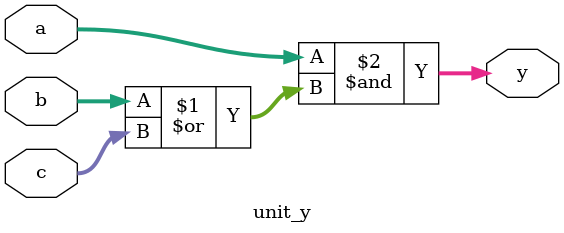
<source format=v>
module test(input [31:0] a, b, c, output [31:0] x, y, z, w);
  unit_x unit_x_inst (.a(a), .b(b), .c(c), .x(x));
  unit_y unit_y_inst (.a(a), .b(b), .c(c), .y(y));
  assign z = a ^ b ^ c, w = z;
endmodule
  
module unit_x(input [31:0] a, b, c, output [31:0] x);
  assign x = (a & b) | c;
endmodule
  
module unit_y(input [31:0] a, b, c, output [31:0] y);
  assign y = a & (b | c);
endmodule
  

</source>
